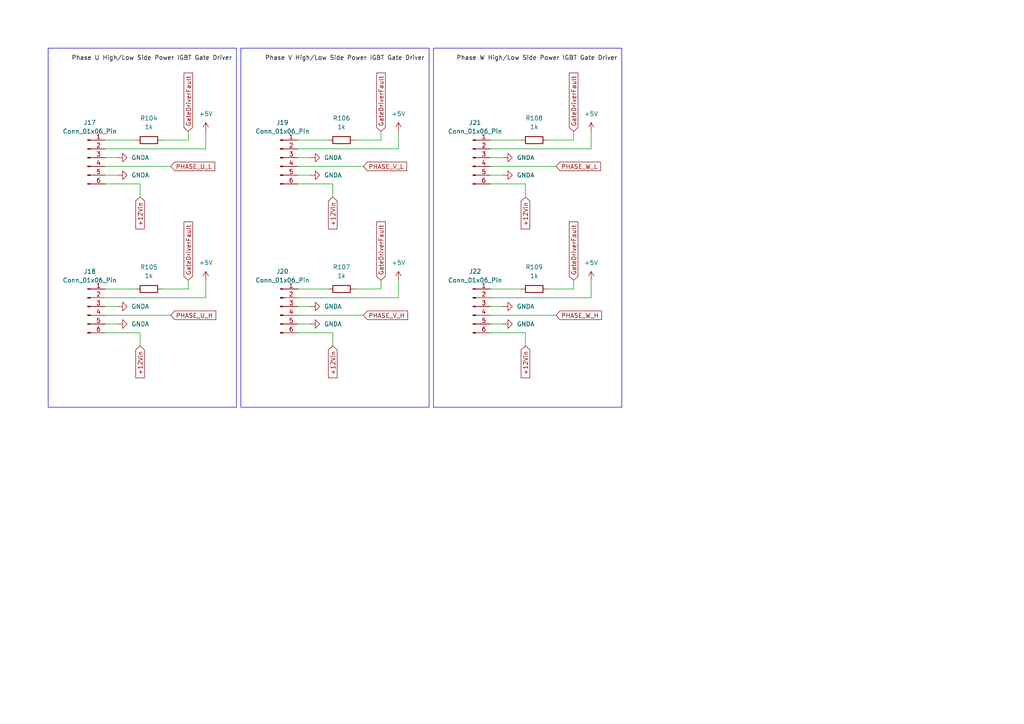
<source format=kicad_sch>
(kicad_sch (version 20231120) (generator "eeschema") (generator_version "8.0")
  (paper "A4")
  (title_block (title "1200V, 600A Traction Inverter") (date "2025-02-06") (rev "1") (company "University of California, Santa Cruz"))
  (lib_symbols
    (symbol "Connector:Conn_01x06_Pin" (pin_names (offset 1.016) hide)
      (property "Reference" "J" (at 0 7.62 0))
      (property "Value" "Conn_01x06_Pin" (at 0 -10.16 0))
      (symbol "Conn_01x06_Pin_1_1"
        (polyline (pts (xy 1.27 -7.62) (xy 0.8636 -7.62)) (stroke (width 0.1524)))
        (polyline (pts (xy 1.27 -5.08) (xy 0.8636 -5.08)) (stroke (width 0.1524)))
        (polyline (pts (xy 1.27 -2.54) (xy 0.8636 -2.54)) (stroke (width 0.1524)))
        (polyline (pts (xy 1.27 0) (xy 0.8636 0)) (stroke (width 0.1524)))
        (polyline (pts (xy 1.27 2.54) (xy 0.8636 2.54)) (stroke (width 0.1524)))
        (polyline (pts (xy 1.27 5.08) (xy 0.8636 5.08)) (stroke (width 0.1524)))
        (rectangle (start 0.8636 -7.493) (end 0 -7.747) (stroke (width 0.1524)) (fill (type outline)))
        (rectangle (start 0.8636 -4.953) (end 0 -5.207) (stroke (width 0.1524)) (fill (type outline)))
        (rectangle (start 0.8636 -2.413) (end 0 -2.667) (stroke (width 0.1524)) (fill (type outline)))
        (rectangle (start 0.8636 0.127) (end 0 -0.127) (stroke (width 0.1524)) (fill (type outline)))
        (rectangle (start 0.8636 2.667) (end 0 2.413) (stroke (width 0.1524)) (fill (type outline)))
        (rectangle (start 0.8636 5.207) (end 0 4.953) (stroke (width 0.1524)) (fill (type outline)))
        (pin passive line (at 5.08 5.08 180) (length 3.81) (name "Pin_1") (number "1"))
        (pin passive line (at 5.08 2.54 180) (length 3.81) (name "Pin_2") (number "2"))
        (pin passive line (at 5.08 0 180) (length 3.81) (name "Pin_3") (number "3"))
        (pin passive line (at 5.08 -2.54 180) (length 3.81) (name "Pin_4") (number "4"))
        (pin passive line (at 5.08 -5.08 180) (length 3.81) (name "Pin_5") (number "5"))
        (pin passive line (at 5.08 -7.62 180) (length 3.81) (name "Pin_6") (number "6"))
      )
    )
    (symbol "Device:R" (pin_numbers hide) (pin_names (offset 0))
      (property "Reference" "R" (at 2.032 0 90))
      (property "Value" "R" (at 0 0 90))
      (symbol "R_0_1"
        (rectangle (start -1.016 -2.54) (end 1.016 2.54) (stroke (width 0.254)))
      )
      (symbol "R_1_1"
        (pin passive line (at 0 3.81 270) (length 1.27) (name "~") (number "1"))
        (pin passive line (at 0 -3.81 90) (length 1.27) (name "~") (number "2"))
      )
    )
    (symbol "power:+5V" (power) (pin_numbers hide) (pin_names (offset 0) hide)
      (property "Value" "+5V" (at 0 3.556 0))
      (symbol "+5V_0_1"
        (polyline (pts (xy -0.762 1.27) (xy 0 2.54)))
        (polyline (pts (xy 0 0) (xy 0 2.54)))
        (polyline (pts (xy 0 2.54) (xy 0.762 1.27)))
      )
      (symbol "+5V_1_1"
        (pin power_in line (at 0 0 90) (length 0) (name "~") (number "1"))
      )
    )
    (symbol "power:GNDA" (power) (pin_numbers hide) (pin_names (offset 0) hide)
      (property "Value" "GNDA" (at 0 -3.81 0))
      (symbol "GNDA_0_1"
        (polyline (pts (xy 0 0) (xy 0 -1.27) (xy 1.27 -1.27) (xy 0 -2.54) (xy -1.27 -1.27) (xy 0 -1.27)))
      )
      (symbol "GNDA_1_1"
        (pin power_in line (at 0 0 270) (length 0) (name "~") (number "1"))
      )
    )
  )
  (wire (pts (xy 86.36 50.8) (xy 90.17 50.8)))
  (wire (pts (xy 166.37 81.28) (xy 166.37 83.82)))
  (wire (pts (xy 95.25 83.82) (xy 86.36 83.82)))
  (wire (pts (xy 152.4 100.33) (xy 152.4 96.52)))
  (wire (pts (xy 30.48 91.44) (xy 49.53 91.44)))
  (wire (pts (xy 171.45 86.36) (xy 142.24 86.36)))
  (wire (pts (xy 95.25 40.64) (xy 86.36 40.64)))
  (wire (pts (xy 142.24 45.72) (xy 146.05 45.72)))
  (wire (pts (xy 171.45 43.18) (xy 142.24 43.18)))
  (wire (pts (xy 30.48 48.26) (xy 49.53 48.26)))
  (wire (pts (xy 30.48 88.9) (xy 34.29 88.9)))
  (wire (pts (xy 142.24 48.26) (xy 161.29 48.26)))
  (wire (pts (xy 110.49 81.28) (xy 110.49 83.82)))
  (wire (pts (xy 59.69 43.18) (xy 30.48 43.18)))
  (wire (pts (xy 166.37 38.1) (xy 166.37 40.64)))
  (wire (pts (xy 40.64 57.15) (xy 40.64 53.34)))
  (wire (pts (xy 30.48 50.8) (xy 34.29 50.8)))
  (wire (pts (xy 151.13 83.82) (xy 142.24 83.82)))
  (wire (pts (xy 171.45 38.1) (xy 171.45 43.18)))
  (wire (pts (xy 151.13 40.64) (xy 142.24 40.64)))
  (wire (pts (xy 142.24 50.8) (xy 146.05 50.8)))
  (wire (pts (xy 166.37 40.64) (xy 158.75 40.64)))
  (wire (pts (xy 152.4 96.52) (xy 142.24 96.52)))
  (wire (pts (xy 110.49 40.64) (xy 102.87 40.64)))
  (wire (pts (xy 115.57 86.36) (xy 86.36 86.36)))
  (wire (pts (xy 142.24 91.44) (xy 161.29 91.44)))
  (wire (pts (xy 115.57 81.28) (xy 115.57 86.36)))
  (wire (pts (xy 40.64 100.33) (xy 40.64 96.52)))
  (wire (pts (xy 59.69 86.36) (xy 30.48 86.36)))
  (wire (pts (xy 96.52 57.15) (xy 96.52 53.34)))
  (wire (pts (xy 54.61 81.28) (xy 54.61 83.82)))
  (wire (pts (xy 142.24 88.9) (xy 146.05 88.9)))
  (wire (pts (xy 54.61 83.82) (xy 46.99 83.82)))
  (wire (pts (xy 39.37 83.82) (xy 30.48 83.82)))
  (wire (pts (xy 110.49 83.82) (xy 102.87 83.82)))
  (wire (pts (xy 86.36 88.9) (xy 90.17 88.9)))
  (wire (pts (xy 86.36 45.72) (xy 90.17 45.72)))
  (wire (pts (xy 96.52 100.33) (xy 96.52 96.52)))
  (wire (pts (xy 86.36 48.26) (xy 105.41 48.26)))
  (wire (pts (xy 166.37 83.82) (xy 158.75 83.82)))
  (wire (pts (xy 30.48 45.72) (xy 34.29 45.72)))
  (wire (pts (xy 142.24 93.98) (xy 146.05 93.98)))
  (wire (pts (xy 110.49 38.1) (xy 110.49 40.64)))
  (wire (pts (xy 54.61 38.1) (xy 54.61 40.64)))
  (wire (pts (xy 40.64 96.52) (xy 30.48 96.52)))
  (wire (pts (xy 54.61 40.64) (xy 46.99 40.64)))
  (wire (pts (xy 115.57 43.18) (xy 86.36 43.18)))
  (wire (pts (xy 59.69 81.28) (xy 59.69 86.36)))
  (wire (pts (xy 115.57 38.1) (xy 115.57 43.18)))
  (wire (pts (xy 86.36 91.44) (xy 105.41 91.44)))
  (wire (pts (xy 39.37 40.64) (xy 30.48 40.64)))
  (wire (pts (xy 40.64 53.34) (xy 30.48 53.34)))
  (wire (pts (xy 86.36 93.98) (xy 90.17 93.98)))
  (wire (pts (xy 152.4 57.15) (xy 152.4 53.34)))
  (wire (pts (xy 30.48 93.98) (xy 34.29 93.98)))
  (wire (pts (xy 96.52 53.34) (xy 86.36 53.34)))
  (wire (pts (xy 152.4 53.34) (xy 142.24 53.34)))
  (wire (pts (xy 59.69 38.1) (xy 59.69 43.18)))
  (wire (pts (xy 171.45 81.28) (xy 171.45 86.36)))
  (wire (pts (xy 96.52 96.52) (xy 86.36 96.52)))
  (rectangle (start 125.73 13.97) (end 180.34 118.11))
  (rectangle (start 69.85 13.97) (end 124.46 118.11))
  (rectangle (start 13.97 13.97) (end 68.58 118.11))
  (label "Phase V High{slash}Low Side Power IGBT Gate Driver" (at 123.19 17.78 180))
  (label "Phase U High{slash}Low Side Power IGBT Gate Driver" (at 67.31 17.78 180))
  (label "Phase W High{slash}Low Side Power IGBT Gate Driver" (at 179.07 17.78 180))
  (global_label "+12Vin" (shape input) (at 96.52 57.15 270) (property "Intersheetrefs" "${INTERSHEET_REFS}" (effects (hide yes))))
  (global_label "GateDriverFault" (shape input) (at 54.61 38.1 90) (property "Intersheetrefs" "${INTERSHEET_REFS}" (effects (hide yes))))
  (global_label "PHASE_U_L" (shape input) (at 49.53 48.26 0) (property "Intersheetrefs" "${INTERSHEET_REFS}" (effects (hide yes))))
  (global_label "+12Vin" (shape input) (at 152.4 57.15 270) (property "Intersheetrefs" "${INTERSHEET_REFS}" (effects (hide yes))))
  (global_label "PHASE_V_H" (shape input) (at 105.41 91.44 0) (property "Intersheetrefs" "${INTERSHEET_REFS}" (effects (hide yes))))
  (global_label "GateDriverFault" (shape input) (at 110.49 81.28 90) (property "Intersheetrefs" "${INTERSHEET_REFS}" (effects (hide yes))))
  (global_label "PHASE_U_H" (shape input) (at 49.53 91.44 0) (property "Intersheetrefs" "${INTERSHEET_REFS}" (effects (hide yes))))
  (global_label "PHASE_V_L" (shape input) (at 105.41 48.26 0) (property "Intersheetrefs" "${INTERSHEET_REFS}" (effects (hide yes))))
  (global_label "+12Vin" (shape input) (at 40.64 57.15 270) (property "Intersheetrefs" "${INTERSHEET_REFS}" (effects (hide yes))))
  (global_label "GateDriverFault" (shape input) (at 110.49 38.1 90) (property "Intersheetrefs" "${INTERSHEET_REFS}" (effects (hide yes))))
  (global_label "+12Vin" (shape input) (at 40.64 100.33 270) (property "Intersheetrefs" "${INTERSHEET_REFS}" (effects (hide yes))))
  (global_label "GateDriverFault" (shape input) (at 54.61 81.28 90) (property "Intersheetrefs" "${INTERSHEET_REFS}" (effects (hide yes))))
  (global_label "+12Vin" (shape input) (at 152.4 100.33 270) (property "Intersheetrefs" "${INTERSHEET_REFS}" (effects (hide yes))))
  (global_label "PHASE_W_L" (shape input) (at 161.29 48.26 0) (property "Intersheetrefs" "${INTERSHEET_REFS}" (effects (hide yes))))
  (global_label "GateDriverFault" (shape input) (at 166.37 81.28 90) (property "Intersheetrefs" "${INTERSHEET_REFS}" (effects (hide yes))))
  (global_label "PHASE_W_H" (shape input) (at 161.29 91.44 0) (property "Intersheetrefs" "${INTERSHEET_REFS}" (effects (hide yes))))
  (global_label "GateDriverFault" (shape input) (at 166.37 38.1 90) (property "Intersheetrefs" "${INTERSHEET_REFS}" (effects (hide yes))))
  (global_label "+12Vin" (shape input) (at 96.52 100.33 270) (property "Intersheetrefs" "${INTERSHEET_REFS}" (effects (hide yes))))
  (symbol (lib_id "Device:R") (at 99.06 40.64 90) (unit 1)
    (property "Reference" "R106" (at 99.06 34.29 90))
    (property "Value" "1k" (at 99.06 36.83 90))
    (property "Footprint" "1210" (effects (hide yes)))
    (property "Description" "Resistor" (effects (hide yes)))
  )
  (symbol (lib_id "power:GNDA") (at 146.05 50.8 90) (unit 1)
    (property "Reference" "#PWR0200" (effects (hide yes)))
    (property "Value" "GNDA" (at 149.86 50.7999 90) (effects (justify right)))
    (property "Description" "Power symbol creates a global label with name \"GNDA\" , analog ground" (effects (hide yes)))
  )
  (symbol (lib_id "power:GNDA") (at 34.29 93.98 90) (unit 1)
    (property "Reference" "#PWR0191" (effects (hide yes)))
    (property "Value" "GNDA" (at 38.1 93.9799 90) (effects (justify right)))
    (property "Description" "Power symbol creates a global label with name \"GNDA\" , analog ground" (effects (hide yes)))
  )
  (symbol (lib_id "power:+5V") (at 59.69 81.28 0) (unit 1)
    (property "Reference" "#PWR0192" (effects (hide yes)))
    (property "Value" "+5V" (at 59.69 76.2 0))
    (property "Description" "Power symbol creates a global label with name \"+5V\"" (effects (hide yes)))
  )
  (symbol (lib_id "Connector:Conn_01x06_Pin") (at 25.4 88.9 0) (unit 1)
    (property "Reference" "J18" (at 26.035 78.74 0))
    (property "Value" "Conn_01x06_Pin" (at 26.035 81.28 0))
    (property "Description" "Generic connector, single row, 01x06, script generated" (effects (hide yes)))
  )
  (symbol (lib_id "power:GNDA") (at 90.17 93.98 90) (unit 1)
    (property "Reference" "#PWR0196" (effects (hide yes)))
    (property "Value" "GNDA" (at 93.98 93.9799 90) (effects (justify right)))
    (property "Description" "Power symbol creates a global label with name \"GNDA\" , analog ground" (effects (hide yes)))
  )
  (symbol (lib_id "Device:R") (at 154.94 83.82 90) (unit 1)
    (property "Reference" "R109" (at 154.94 77.47 90))
    (property "Value" "1k" (at 154.94 80.01 90))
    (property "Footprint" "1210" (effects (hide yes)))
    (property "Description" "Resistor" (effects (hide yes)))
  )
  (symbol (lib_id "power:GNDA") (at 34.29 45.72 90) (unit 1)
    (property "Reference" "#PWR0187" (effects (hide yes)))
    (property "Value" "GNDA" (at 38.1 45.7199 90) (effects (justify right)))
    (property "Description" "Power symbol creates a global label with name \"GNDA\" , analog ground" (effects (hide yes)))
  )
  (symbol (lib_id "power:GNDA") (at 146.05 88.9 90) (unit 1)
    (property "Reference" "#PWR0201" (effects (hide yes)))
    (property "Value" "GNDA" (at 149.86 88.8999 90) (effects (justify right)))
    (property "Description" "Power symbol creates a global label with name \"GNDA\" , analog ground" (effects (hide yes)))
  )
  (symbol (lib_id "Connector:Conn_01x06_Pin") (at 137.16 88.9 0) (unit 1)
    (property "Reference" "J22" (at 137.795 78.74 0))
    (property "Value" "Conn_01x06_Pin" (at 137.795 81.28 0))
    (property "Description" "Generic connector, single row, 01x06, script generated" (effects (hide yes)))
  )
  (symbol (lib_id "Device:R") (at 99.06 83.82 90) (unit 1)
    (property "Reference" "R107" (at 99.06 77.47 90))
    (property "Value" "1k" (at 99.06 80.01 90))
    (property "Footprint" "1210" (effects (hide yes)))
    (property "Description" "Resistor" (effects (hide yes)))
  )
  (symbol (lib_id "Connector:Conn_01x06_Pin") (at 81.28 45.72 0) (unit 1)
    (property "Reference" "J19" (at 81.915 35.56 0))
    (property "Value" "Conn_01x06_Pin" (at 81.915 38.1 0))
    (property "Description" "Generic connector, single row, 01x06, script generated" (effects (hide yes)))
  )
  (symbol (lib_id "Connector:Conn_01x06_Pin") (at 137.16 45.72 0) (unit 1)
    (property "Reference" "J21" (at 137.795 35.56 0))
    (property "Value" "Conn_01x06_Pin" (at 137.795 38.1 0))
    (property "Description" "Generic connector, single row, 01x06, script generated" (effects (hide yes)))
  )
  (symbol (lib_id "power:+5V") (at 171.45 38.1 0) (unit 1)
    (property "Reference" "#PWR0203" (effects (hide yes)))
    (property "Value" "+5V" (at 171.45 33.02 0))
    (property "Description" "Power symbol creates a global label with name \"+5V\"" (effects (hide yes)))
  )
  (symbol (lib_id "Connector:Conn_01x06_Pin") (at 25.4 45.72 0) (unit 1)
    (property "Reference" "J17" (at 26.035 35.56 0))
    (property "Value" "Conn_01x06_Pin" (at 26.035 38.1 0))
    (property "Description" "Generic connector, single row, 01x06, script generated" (effects (hide yes)))
  )
  (symbol (lib_id "power:GNDA") (at 90.17 45.72 90) (unit 1)
    (property "Reference" "#PWR0193" (effects (hide yes)))
    (property "Value" "GNDA" (at 93.98 45.7199 90) (effects (justify right)))
    (property "Description" "Power symbol creates a global label with name \"GNDA\" , analog ground" (effects (hide yes)))
  )
  (symbol (lib_id "power:GNDA") (at 34.29 88.9 90) (unit 1)
    (property "Reference" "#PWR0190" (effects (hide yes)))
    (property "Value" "GNDA" (at 38.1 88.8999 90) (effects (justify right)))
    (property "Description" "Power symbol creates a global label with name \"GNDA\" , analog ground" (effects (hide yes)))
  )
  (symbol (lib_id "power:GNDA") (at 146.05 45.72 90) (unit 1)
    (property "Reference" "#PWR0199" (effects (hide yes)))
    (property "Value" "GNDA" (at 149.86 45.7199 90) (effects (justify right)))
    (property "Description" "Power symbol creates a global label with name \"GNDA\" , analog ground" (effects (hide yes)))
  )
  (symbol (lib_id "power:GNDA") (at 34.29 50.8 90) (unit 1)
    (property "Reference" "#PWR0188" (effects (hide yes)))
    (property "Value" "GNDA" (at 38.1 50.7999 90) (effects (justify right)))
    (property "Description" "Power symbol creates a global label with name \"GNDA\" , analog ground" (effects (hide yes)))
  )
  (symbol (lib_id "Connector:Conn_01x06_Pin") (at 81.28 88.9 0) (unit 1)
    (property "Reference" "J20" (at 81.915 78.74 0))
    (property "Value" "Conn_01x06_Pin" (at 81.915 81.28 0))
    (property "Description" "Generic connector, single row, 01x06, script generated" (effects (hide yes)))
  )
  (symbol (lib_id "Device:R") (at 43.18 40.64 90) (unit 1)
    (property "Reference" "R104" (at 43.18 34.29 90))
    (property "Value" "1k" (at 43.18 36.83 90))
    (property "Footprint" "1210" (effects (hide yes)))
    (property "Description" "Resistor" (effects (hide yes)))
  )
  (symbol (lib_id "power:GNDA") (at 90.17 88.9 90) (unit 1)
    (property "Reference" "#PWR0195" (effects (hide yes)))
    (property "Value" "GNDA" (at 93.98 88.8999 90) (effects (justify right)))
    (property "Description" "Power symbol creates a global label with name \"GNDA\" , analog ground" (effects (hide yes)))
  )
  (symbol (lib_id "power:GNDA") (at 90.17 50.8 90) (unit 1)
    (property "Reference" "#PWR0194" (effects (hide yes)))
    (property "Value" "GNDA" (at 93.98 50.7999 90) (effects (justify right)))
    (property "Description" "Power symbol creates a global label with name \"GNDA\" , analog ground" (effects (hide yes)))
  )
  (symbol (lib_id "power:+5V") (at 59.69 38.1 0) (unit 1)
    (property "Reference" "#PWR0189" (effects (hide yes)))
    (property "Value" "+5V" (at 59.69 33.02 0))
    (property "Description" "Power symbol creates a global label with name \"+5V\"" (effects (hide yes)))
  )
  (symbol (lib_id "power:GNDA") (at 146.05 93.98 90) (unit 1)
    (property "Reference" "#PWR0202" (effects (hide yes)))
    (property "Value" "GNDA" (at 149.86 93.9799 90) (effects (justify right)))
    (property "Description" "Power symbol creates a global label with name \"GNDA\" , analog ground" (effects (hide yes)))
  )
  (symbol (lib_id "Device:R") (at 43.18 83.82 90) (unit 1)
    (property "Reference" "R105" (at 43.18 77.47 90))
    (property "Value" "1k" (at 43.18 80.01 90))
    (property "Footprint" "1210" (effects (hide yes)))
    (property "Description" "Resistor" (effects (hide yes)))
  )
  (symbol (lib_id "power:+5V") (at 115.57 81.28 0) (unit 1)
    (property "Reference" "#PWR0198" (effects (hide yes)))
    (property "Value" "+5V" (at 115.57 76.2 0))
    (property "Description" "Power symbol creates a global label with name \"+5V\"" (effects (hide yes)))
  )
  (symbol (lib_id "power:+5V") (at 115.57 38.1 0) (unit 1)
    (property "Reference" "#PWR0197" (effects (hide yes)))
    (property "Value" "+5V" (at 115.57 33.02 0))
    (property "Description" "Power symbol creates a global label with name \"+5V\"" (effects (hide yes)))
  )
  (symbol (lib_id "power:+5V") (at 171.45 81.28 0) (unit 1)
    (property "Reference" "#PWR0204" (effects (hide yes)))
    (property "Value" "+5V" (at 171.45 76.2 0))
    (property "Description" "Power symbol creates a global label with name \"+5V\"" (effects (hide yes)))
  )
  (symbol (lib_id "Device:R") (at 154.94 40.64 90) (unit 1)
    (property "Reference" "R108" (at 154.94 34.29 90))
    (property "Value" "1k" (at 154.94 36.83 90))
    (property "Footprint" "1210" (effects (hide yes)))
    (property "Description" "Resistor" (effects (hide yes)))
  )
)
</source>
